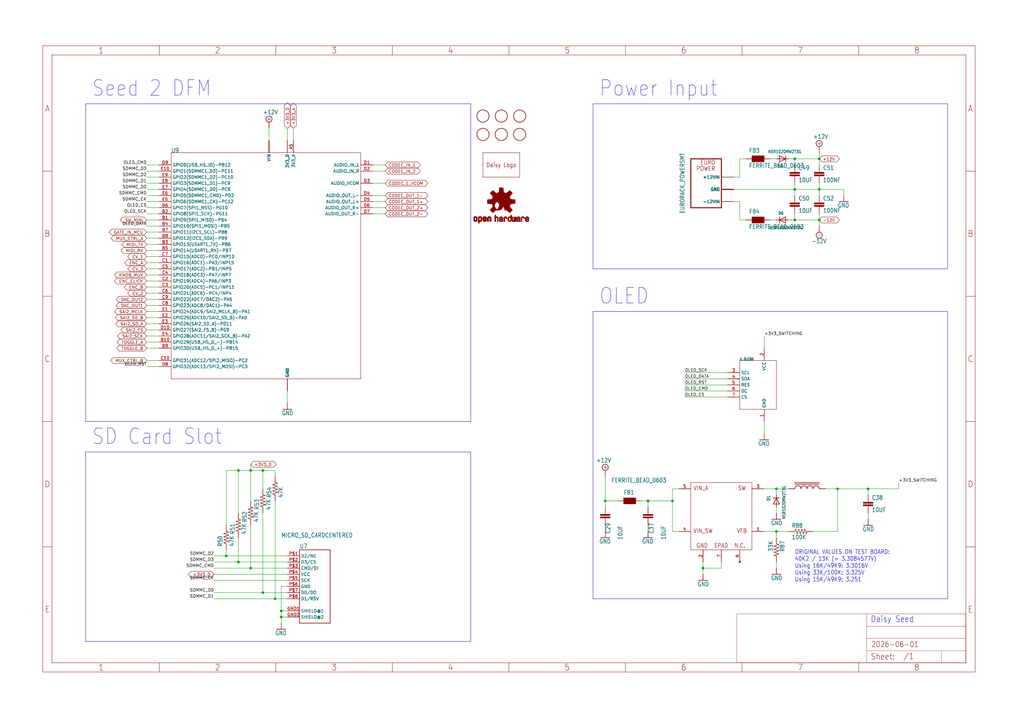
<source format=kicad_sch>
(kicad_sch (version 20230121) (generator eeschema)
  (paper "User" 425.45 298.602)
  (lib_symbols
    (symbol "ES_Daisy_Seed2_DFM_EVAL_EURO_Rev2-eagle-import:+12V" (power)
      (property "Value" "+12V" (at -2.54 3.175 0))
      (symbol "+12V_1_0"
        (pin power_in line (at 0 -2.54 90) (length 2.54) (name "+12V") (number "1"))
      )
    )
    (symbol "ES_Daisy_Seed2_DFM_EVAL_EURO_Rev2-eagle-import:-12V" (power)
      (property "Value" "-12V" (at -3.175 -4.699 0))
      (symbol "-12V_1_0"
        (pin power_in line (at 0 2.54 270) (length 2.54) (name "-12V") (number "1"))
      )
    )
    (symbol "ES_Daisy_Seed2_DFM_EVAL_EURO_Rev2-eagle-import:A3L-LOC"
      (symbol "A3L-LOC_1_0"
        (text "${#}/${##}" (at 357.505 5.08 0) (effects (font (size 2.54 2.159)) (justify left bottom)))
        (text "${CURRENT_DATE}" (at 344.17 10.16 0) (effects (font (size 2.286 1.9431)) (justify left bottom)))
        (text "${PROJECTNAME}" (at 344.17 15.24 0) (effects (font (size 2.54 2.159)) (justify left bottom)))
        (text "1" (at 24.2094 1.905 0) (effects (font (size 2.54 2.286))))
        (text "1" (at 24.2094 258.445 0) (effects (font (size 2.54 2.286))))
        (text "2" (at 72.6281 1.905 0) (effects (font (size 2.54 2.286))))
        (text "2" (at 72.6281 258.445 0) (effects (font (size 2.54 2.286))))
        (text "3" (at 121.0469 1.905 0) (effects (font (size 2.54 2.286))))
        (text "3" (at 121.0469 258.445 0) (effects (font (size 2.54 2.286))))
        (text "4" (at 169.4656 1.905 0) (effects (font (size 2.54 2.286))))
        (text "4" (at 169.4656 258.445 0) (effects (font (size 2.54 2.286))))
        (text "5" (at 217.8844 1.905 0) (effects (font (size 2.54 2.286))))
        (text "5" (at 217.8844 258.445 0) (effects (font (size 2.54 2.286))))
        (text "6" (at 266.3031 1.905 0) (effects (font (size 2.54 2.286))))
        (text "6" (at 266.3031 258.445 0) (effects (font (size 2.54 2.286))))
        (text "7" (at 314.7219 1.905 0) (effects (font (size 2.54 2.286))))
        (text "7" (at 314.7219 258.445 0) (effects (font (size 2.54 2.286))))
        (text "8" (at 363.1406 1.905 0) (effects (font (size 2.54 2.286))))
        (text "8" (at 363.1406 258.445 0) (effects (font (size 2.54 2.286))))
        (text "A" (at 1.905 234.315 0) (effects (font (size 2.54 2.286))))
        (text "A" (at 385.445 234.315 0) (effects (font (size 2.54 2.286))))
        (text "B" (at 1.905 182.245 0) (effects (font (size 2.54 2.286))))
        (text "B" (at 385.445 182.245 0) (effects (font (size 2.54 2.286))))
        (text "C" (at 1.905 130.175 0) (effects (font (size 2.54 2.286))))
        (text "C" (at 385.445 130.175 0) (effects (font (size 2.54 2.286))))
        (text "D" (at 1.905 78.105 0) (effects (font (size 2.54 2.286))))
        (text "D" (at 385.445 78.105 0) (effects (font (size 2.54 2.286))))
        (text "E" (at 1.905 26.035 0) (effects (font (size 2.54 2.286))))
        (text "E" (at 385.445 26.035 0) (effects (font (size 2.54 2.286))))
        (text "Sheet:" (at 343.916 4.953 0) (effects (font (size 2.54 2.159)) (justify left bottom)))
      )
    )
    (symbol "ES_Daisy_Seed2_DFM_EVAL_EURO_Rev2-eagle-import:DAISYLOGO"
      (symbol "DAISYLOGO_1_0"
        (text "Daisy Logo" (at 0 0 0) (effects (font (size 1.778 1.5113))))
      )
    )
    (symbol "ES_Daisy_Seed2_DFM_EVAL_EURO_Rev2-eagle-import:ES_DAISY_SEED2_DFM_REV1{dblquote}{dblquote}"
      (property "Reference" "U" (at -38.1 43.18 0))
      (symbol "ES_DAISY_SEED2_DFM_REV1{dblquote}{dblquote}_1_0"
        (pin bidirectional line (at 2.54 48.26 270) (length 5.08) (name "VIN") (number "A1"))
        (pin bidirectional line (at 10.16 -55.88 90) (length 5.08) (name "GND") (number "A10"))
        (pin bidirectional line (at 2.54 48.26 270) (length 5.08) (name "VIN") (number "A2"))
        (pin bidirectional line (at 10.16 48.26 270) (length 5.08) (name "3V3_D") (number "A3"))
        (pin bidirectional line (at 10.16 48.26 270) (length 5.08) (name "3V3_D") (number "A4"))
        (pin bidirectional line (at 12.7 48.26 270) (length 5.08) (name "3V3_A") (number "A5"))
        (pin bidirectional line (at 10.16 -55.88 90) (length 5.08) (name "GND") (number "A6"))
        (pin bidirectional line (at 10.16 -55.88 90) (length 5.08) (name "GND") (number "A7"))
        (pin bidirectional line (at 10.16 -55.88 90) (length 5.08) (name "GND") (number "A8"))
        (pin bidirectional line (at 10.16 -55.88 90) (length 5.08) (name "GND") (number "A9"))
        (pin bidirectional line (at -43.18 15.24 0) (length 5.08) (name "GPIO9(SPI1_MISO)-PB4") (number "B1"))
        (pin bidirectional line (at -43.18 -35.56 0) (length 5.08) (name "GPIO29(USB_HS_D_-)-PB14") (number "B10"))
        (pin bidirectional line (at -43.18 17.78 0) (length 5.08) (name "GPIO8(SPI1_SCK)-PG11") (number "B2"))
        (pin bidirectional line (at -43.18 5.08 0) (length 5.08) (name "GPIO13(USART1_TX)-PB6") (number "B3"))
        (pin bidirectional line (at -43.18 12.7 0) (length 5.08) (name "GPIO10(SPI1_MOSI)-PB5") (number "B4"))
        (pin bidirectional line (at -43.18 2.54 0) (length 5.08) (name "GPIO14(USART1_RX)-PB7") (number "B5"))
        (pin bidirectional line (at -43.18 20.32 0) (length 5.08) (name "GPIO7(SPI1_NSS)-PG10") (number "B6"))
        (pin bidirectional line (at -43.18 10.16 0) (length 5.08) (name "GPIO11(I2C1_SCL)-PB8") (number "B7"))
        (pin bidirectional line (at -43.18 7.62 0) (length 5.08) (name "GPIO12(I2C1_SDA)-PB9") (number "B8"))
        (pin bidirectional line (at -43.18 -38.1 0) (length 5.08) (name "GPIO30(USB_HS_D_+)-PB15") (number "B9"))
        (pin bidirectional line (at -43.18 -2.54 0) (length 5.08) (name "GPIO16(ADC1)-PA3/INP15") (number "C1"))
        (pin bidirectional line (at -43.18 -43.18 0) (length 5.08) (name "GPIO31(ADC12/SPI2_MISO)-PC2") (number "C10"))
        (pin bidirectional line (at -43.18 -10.16 0) (length 5.08) (name "GPIO19(ADC4)-PA6/INP3") (number "C2"))
        (pin bidirectional line (at -43.18 -12.7 0) (length 5.08) (name "GPIO20(ADC5)-PC1/INP11") (number "C3"))
        (pin bidirectional line (at -43.18 -7.62 0) (length 5.08) (name "GPIO18(ADC3)-PA7/INP7") (number "C4"))
        (pin bidirectional line (at -43.18 -5.08 0) (length 5.08) (name "GPIO17(ADC2)-PB1/INP5") (number "C5"))
        (pin bidirectional line (at -43.18 -15.24 0) (length 5.08) (name "GPIO21(ADC6)-PC4/INP4") (number "C6"))
        (pin bidirectional line (at -43.18 0 0) (length 5.08) (name "GPIO15(ADC0)-PC0/INP10") (number "C7"))
        (pin bidirectional line (at -43.18 -20.32 0) (length 5.08) (name "GPIO23(ADC8/DAC1)-PA4") (number "C8"))
        (pin bidirectional line (at -43.18 -17.78 0) (length 5.08) (name "GPIO22(ADC7/DAC2)-PA5") (number "C9"))
        (pin bidirectional line (at 45.72 38.1 180) (length 5.08) (name "AUDIO_IN_L") (number "D1"))
        (pin bidirectional line (at -43.18 -30.48 0) (length 5.08) (name "GPIO27(SAI2_FS_B)-PG9") (number "D10"))
        (pin bidirectional line (at 45.72 35.56 180) (length 5.08) (name "AUDIO_IN_R") (number "D2"))
        (pin bidirectional line (at 45.72 30.48 180) (length 5.08) (name "AUDIO_VCOM") (number "D3"))
        (pin bidirectional line (at 45.72 25.4 180) (length 5.08) (name "AUDIO_OUT_L-") (number "D4"))
        (pin bidirectional line (at 45.72 22.86 180) (length 5.08) (name "AUDIO_OUT_L+") (number "D5"))
        (pin bidirectional line (at 45.72 20.32 180) (length 5.08) (name "AUDIO_OUT_R+") (number "D6"))
        (pin bidirectional line (at 45.72 17.78 180) (length 5.08) (name "AUDIO_OUT_R-") (number "D7"))
        (pin bidirectional line (at -43.18 -45.72 0) (length 5.08) (name "GPIO32(ADC13/SPI2_MOSI)-PC3") (number "D8"))
        (pin bidirectional line (at -43.18 38.1 0) (length 5.08) (name "GPIO0(USB_HS_ID)-PB12") (number "D9"))
        (pin bidirectional line (at -43.18 -22.86 0) (length 5.08) (name "GPIO24(ADC9/SAI2_MCLK_B)-PA1") (number "E1"))
        (pin bidirectional line (at -43.18 35.56 0) (length 5.08) (name "GPIO1(SDMMC1_D3)-PC11") (number "E10"))
        (pin bidirectional line (at -43.18 -25.4 0) (length 5.08) (name "GPIO25(ADC10/SAI2_SD_B)-PA0") (number "E2"))
        (pin bidirectional line (at -43.18 -27.94 0) (length 5.08) (name "GPIO26(SAI2_SD_A)-PD11") (number "E3"))
        (pin bidirectional line (at -43.18 -33.02 0) (length 5.08) (name "GPIO28(ADC11/SAI2_SCK_B)-PA2") (number "E4"))
        (pin bidirectional line (at -43.18 22.86 0) (length 5.08) (name "GPIO6(SDMMC1_CK)-PC12") (number "E5"))
        (pin bidirectional line (at -43.18 25.4 0) (length 5.08) (name "GPIO5(SDMMC1_CMD)-PD2") (number "E6"))
        (pin bidirectional line (at -43.18 27.94 0) (length 5.08) (name "GPIO4(SDMMC1_D0)-PC8") (number "E7"))
        (pin bidirectional line (at -43.18 30.48 0) (length 5.08) (name "GPIO3(SDMMC1_D1)-PC9") (number "E8"))
        (pin bidirectional line (at -43.18 33.02 0) (length 5.08) (name "GPIO2(SDMMC1_D2)-PC10") (number "E9"))
      )
    )
    (symbol "ES_Daisy_Seed2_DFM_EVAL_EURO_Rev2-eagle-import:EURORACK_POWERSMT"
      (symbol "EURORACK_POWERSMT_1_0"
        (text "EURO" (at -2.54 7.62 0) (effects (font (size 1.778 1.5113)) (justify left bottom)))
        (text "POWER" (at -2.54 5.08 0) (effects (font (size 1.778 1.5113)) (justify left bottom)))
        (pin bidirectional line (at -10.16 -2.54 0) (length 5.08) (name "GND") (number "GND1A"))
        (pin bidirectional line (at -10.16 -2.54 0) (length 5.08) (name "GND") (number "GND1B"))
        (pin bidirectional line (at -10.16 -2.54 0) (length 5.08) (name "GND") (number "GND2A"))
        (pin bidirectional line (at -10.16 -2.54 0) (length 5.08) (name "GND") (number "GND2B"))
        (pin bidirectional line (at -10.16 -2.54 0) (length 5.08) (name "GND") (number "GND3A"))
        (pin bidirectional line (at -10.16 -2.54 0) (length 5.08) (name "GND") (number "GND3B"))
        (pin bidirectional line (at -10.16 -7.62 0) (length 5.08) (name "-12VIN") (number "N12VA"))
        (pin bidirectional line (at -10.16 -7.62 0) (length 5.08) (name "-12VIN") (number "N12VB"))
        (pin bidirectional line (at -10.16 2.54 0) (length 5.08) (name "+12VIN") (number "P12VA"))
        (pin bidirectional line (at -10.16 2.54 0) (length 5.08) (name "+12VIN") (number "P12VB"))
      )
    )
    (symbol "ES_Daisy_Seed2_DFM_EVAL_EURO_Rev2-eagle-import:Electrosmith-Passives_C-EUC0402"
      (property "Reference" "C" (at 1.524 0.381 0))
      (symbol "Electrosmith-Passives_C-EUC0402_1_0"
        (pin passive line (at 0 2.54 270) (length 2.54) (name "1") (number "1"))
        (pin passive line (at 0 -5.08 90) (length 2.54) (name "2") (number "2"))
      )
    )
    (symbol "ES_Daisy_Seed2_DFM_EVAL_EURO_Rev2-eagle-import:Electrosmith-Passives_C-EUC0805"
      (property "Reference" "C" (at 1.524 0.381 0))
      (symbol "Electrosmith-Passives_C-EUC0805_1_0"
        (pin passive line (at 0 2.54 270) (length 2.54) (name "1") (number "1"))
        (pin passive line (at 0 -5.08 90) (length 2.54) (name "2") (number "2"))
      )
    )
    (symbol "ES_Daisy_Seed2_DFM_EVAL_EURO_Rev2-eagle-import:Electrosmith-Semiconductors_DIODE_SOD-323F"
      (property "Reference" "D" (at -2.54 2.54 0))
      (symbol "Electrosmith-Semiconductors_DIODE_SOD-323F_1_0"
        (pin passive line (at -2.54 0 0) (length 2.54) (name "A") (number "A"))
        (pin passive line (at 2.54 0 180) (length 2.54) (name "C") (number "C"))
      )
    )
    (symbol "ES_Daisy_Seed2_DFM_EVAL_EURO_Rev2-eagle-import:FERRITE_BEAD_0603"
      (property "Reference" "FB" (at -3.81 5.08 0))
      (symbol "FERRITE_BEAD_0603_1_0"
        (pin passive line (at -5.08 2.54 0) (length 2.54) (name "1") (number "1"))
        (pin passive line (at 5.08 2.54 180) (length 2.54) (name "2") (number "2"))
      )
    )
    (symbol "ES_Daisy_Seed2_DFM_EVAL_EURO_Rev2-eagle-import:FIDUCIAL")
    (symbol "ES_Daisy_Seed2_DFM_EVAL_EURO_Rev2-eagle-import:GND" (power)
      (property "Value" "GND" (at -2.54 -2.54 0))
      (symbol "GND_1_0"
        (pin power_in line (at 0 2.54 270) (length 2.54) (name "GND") (number "1"))
      )
    )
    (symbol "ES_Daisy_Seed2_DFM_EVAL_EURO_Rev2-eagle-import:INDUCTOR1008"
      (symbol "INDUCTOR1008_1_0"
        (pin bidirectional line (at 7.62 0 0) (length 0) (name "P$2") (number "1"))
        (pin bidirectional line (at -7.62 0 0) (length 0) (name "P$1") (number "2"))
      )
    )
    (symbol "ES_Daisy_Seed2_DFM_EVAL_EURO_Rev2-eagle-import:MICRO_SD_CARDCENTERED"
      (property "Reference" "P" (at -2.54 15.748 0))
      (symbol "MICRO_SD_CARDCENTERED_1_0"
        (pin bidirectional line (at -7.62 -10.16 0) (length 5.08) (name "SHIELD@1") (number "GND1"))
        (pin bidirectional line (at -7.62 -12.7 0) (length 5.08) (name "SHIELD@2") (number "GND2"))
        (pin bidirectional line (at -7.62 12.7 0) (length 5.08) (name "D2/NC") (number "P$1"))
        (pin bidirectional line (at -7.62 10.16 0) (length 5.08) (name "D3/CS") (number "P$2"))
        (pin bidirectional line (at -7.62 7.62 0) (length 5.08) (name "CMD/DI") (number "P$3"))
        (pin bidirectional line (at -7.62 5.08 0) (length 5.08) (name "VCC") (number "P$4"))
        (pin bidirectional line (at -7.62 2.54 0) (length 5.08) (name "SCK") (number "P$5"))
        (pin bidirectional line (at -7.62 0 0) (length 5.08) (name "GND") (number "P$6"))
        (pin bidirectional line (at -7.62 -2.54 0) (length 5.08) (name "D0/DO") (number "P$7"))
        (pin bidirectional line (at -7.62 -5.08 0) (length 5.08) (name "D1/RSV") (number "P$8"))
      )
    )
    (symbol "ES_Daisy_Seed2_DFM_EVAL_EURO_Rev2-eagle-import:OLED_DISPLAY"
      (property "Reference" "U" (at -7.62 10.16 0))
      (symbol "OLED_DISPLAY_1_0"
        (pin bidirectional line (at 2.54 -15.24 90) (length 5.08) (name "GND") (number "1"))
        (pin bidirectional line (at 2.54 15.24 270) (length 5.08) (name "VCC") (number "2"))
        (pin bidirectional line (at -12.7 5.08 0) (length 5.08) (name "SCL") (number "3"))
        (pin bidirectional line (at -12.7 2.54 0) (length 5.08) (name "SDA") (number "4"))
        (pin bidirectional line (at -12.7 0 0) (length 5.08) (name "RES") (number "5"))
        (pin bidirectional line (at -12.7 -2.54 0) (length 5.08) (name "DC") (number "6"))
        (pin bidirectional line (at -12.7 -5.08 0) (length 5.08) (name "CS") (number "7"))
      )
    )
    (symbol "ES_Daisy_Seed2_DFM_EVAL_EURO_Rev2-eagle-import:OSHW-LOGO")
    (symbol "ES_Daisy_Seed2_DFM_EVAL_EURO_Rev2-eagle-import:R-US_R0402"
      (property "Reference" "R" (at -3.81 1.4986 0))
      (symbol "R-US_R0402_1_0"
        (pin passive line (at -5.08 0 0) (length 2.54) (name "1") (number "1"))
        (pin passive line (at 5.08 0 180) (length 2.54) (name "2") (number "2"))
      )
    )
    (symbol "ES_Daisy_Seed2_DFM_EVAL_EURO_Rev2-eagle-import:R-US_R0603"
      (property "Reference" "R" (at -3.81 1.4986 0))
      (symbol "R-US_R0603_1_0"
        (pin passive line (at -5.08 0 0) (length 2.54) (name "1") (number "1"))
        (pin passive line (at 5.08 0 180) (length 2.54) (name "2") (number "2"))
      )
    )
    (symbol "ES_Daisy_Seed2_DFM_EVAL_EURO_Rev2-eagle-import:ST1S03PUR"
      (symbol "ST1S03PUR_1_0"
        (text "EPAD" (at 17.272 -11.938 0) (effects (font (size 1.778 1.5113)) (justify left bottom)))
        (text "GND" (at 9.906 -11.938 0) (effects (font (size 1.778 1.5113)) (justify left bottom)))
        (text "N.C." (at 25.654 -11.938 0) (effects (font (size 1.778 1.5113)) (justify left bottom)))
        (text "SW" (at 27.178 11.938 0) (effects (font (size 1.778 1.5113)) (justify left bottom)))
        (text "VFB" (at 26.67 -5.842 0) (effects (font (size 1.778 1.5113)) (justify left bottom)))
        (text "VIN_A" (at 8.636 11.938 0) (effects (font (size 1.778 1.5113)) (justify left bottom)))
        (text "VIN_SW" (at 8.636 -5.842 0) (effects (font (size 1.778 1.5113)) (justify left bottom)))
        (pin passive line (at 38.1 -5.08 180) (length 5.08) (name "VFB") (number "1"))
        (pin passive line (at 12.7 -17.78 90) (length 5.08) (name "GND") (number "2"))
        (pin passive line (at 38.1 12.7 180) (length 5.08) (name "SW") (number "3"))
        (pin passive line (at 2.54 -5.08 0) (length 5.08) (name "VIN_SW") (number "4"))
        (pin passive line (at 2.54 12.7 0) (length 5.08) (name "VIN_A") (number "5"))
        (pin no_connect line (at 27.94 -17.78 90) (length 5.08) (name "N.C.") (number "6"))
        (pin passive line (at 20.32 -17.78 90) (length 5.08) (name "EPAD") (number "7"))
      )
    )
    (symbol "ES_Daisy_Seed2_DFM_EVAL_EURO_Rev2-eagle-import:supply2_+12V" (power)
      (property "Value" "supply2_+12V" (at -2.54 3.175 0))
      (symbol "supply2_+12V_1_0"
        (pin power_in line (at 0 -2.54 90) (length 2.54) (name "+12V") (number "1"))
      )
    )
  )
  (junction (at 360.68 203.2))
  (junction (at 292.1 236.22))
  (junction (at 330.2 91.44))
  (junction (at 279.4 208.28))
  (junction (at 93.98 231.14))
  (junction (at 109.22 246.38))
  (junction (at 340.36 66.04))
  (junction (at 104.14 236.22))
  (junction (at 114.3 248.92))
  (junction (at 109.22 195.58))
  (junction (at 347.98 203.2))
  (junction (at 251.46 208.28))
  (junction (at 340.36 91.44))
  (junction (at 340.36 78.74))
  (junction (at 116.84 254))
  (junction (at 269.24 208.28))
  (junction (at 322.58 220.98))
  (junction (at 116.84 256.54))
  (junction (at 322.58 203.2))
  (junction (at 99.06 195.58))
  (junction (at 330.2 78.74))
  (junction (at 330.2 66.04))
  (junction (at 99.06 233.68))
  (junction (at 104.14 195.58))
  (wire (pts (xy 340.36 66.04) (xy 340.36 63.5)) (stroke (width 0.1524)))
  (polyline (pts (xy 195.58 175.26) (xy 195.58 43.18)) (stroke (width 0.1524) (type solid)))
  (wire (pts (xy 119.38 231.14) (xy 93.98 231.14)) (stroke (width 0.1524)))
  (wire (pts (xy 292.1 236.22) (xy 299.72 236.22)) (stroke (width 0.1524)))
  (wire (pts (xy 66.04 78.74) (xy 60.96 78.74)) (stroke (width 0.1524)))
  (wire (pts (xy 154.94 81.28) (xy 160.02 81.28)) (stroke (width 0.1524)))
  (polyline (pts (xy 35.56 175.26) (xy 195.58 175.26)) (stroke (width 0.1524) (type solid)))
  (wire (pts (xy 66.04 139.7) (xy 60.96 139.7)) (stroke (width 0.1524)))
  (wire (pts (xy 66.04 109.22) (xy 60.96 109.22)) (stroke (width 0.1524)))
  (wire (pts (xy 340.36 66.04) (xy 340.36 68.58)) (stroke (width 0.1524)))
  (wire (pts (xy 327.66 66.04) (xy 330.2 66.04)) (stroke (width 0.1524)))
  (wire (pts (xy 279.4 220.98) (xy 279.4 208.28)) (stroke (width 0.1524)))
  (wire (pts (xy 66.04 137.16) (xy 60.96 137.16)) (stroke (width 0.1524)))
  (wire (pts (xy 66.04 104.14) (xy 60.96 104.14)) (stroke (width 0.1524)))
  (wire (pts (xy 66.04 132.08) (xy 60.96 132.08)) (stroke (width 0.1524)))
  (wire (pts (xy 114.3 248.92) (xy 88.9 248.92)) (stroke (width 0.1524)))
  (wire (pts (xy 340.36 78.74) (xy 340.36 81.28)) (stroke (width 0.1524)))
  (wire (pts (xy 330.2 91.44) (xy 340.36 91.44)) (stroke (width 0.1524)))
  (wire (pts (xy 66.04 144.78) (xy 60.96 144.78)) (stroke (width 0.1524)))
  (wire (pts (xy 93.98 231.14) (xy 88.9 231.14)) (stroke (width 0.1524)))
  (wire (pts (xy 302.26 165.1) (xy 284.48 165.1)) (stroke (width 0.1524)))
  (wire (pts (xy 109.22 195.58) (xy 109.22 203.2)) (stroke (width 0.1524)))
  (wire (pts (xy 322.58 233.68) (xy 322.58 236.22)) (stroke (width 0.1524)))
  (wire (pts (xy 340.36 78.74) (xy 350.52 78.74)) (stroke (width 0.1524)))
  (wire (pts (xy 66.04 73.66) (xy 60.96 73.66)) (stroke (width 0.1524)))
  (wire (pts (xy 109.22 213.36) (xy 109.22 246.38)) (stroke (width 0.1524)))
  (wire (pts (xy 119.38 241.3) (xy 88.9 241.3)) (stroke (width 0.1524)))
  (wire (pts (xy 256.54 208.28) (xy 251.46 208.28)) (stroke (width 0.1524)))
  (wire (pts (xy 119.38 248.92) (xy 114.3 248.92)) (stroke (width 0.1524)))
  (wire (pts (xy 66.04 68.58) (xy 60.96 68.58)) (stroke (width 0.1524)))
  (wire (pts (xy 251.46 208.28) (xy 251.46 198.12)) (stroke (width 0.1524)))
  (wire (pts (xy 317.5 144.78) (xy 317.5 139.7)) (stroke (width 0.1524)))
  (polyline (pts (xy 35.56 43.18) (xy 35.56 175.26)) (stroke (width 0.1524) (type solid)))
  (wire (pts (xy 66.04 142.24) (xy 60.96 142.24)) (stroke (width 0.1524)))
  (wire (pts (xy 302.26 162.56) (xy 284.48 162.56)) (stroke (width 0.1524)))
  (wire (pts (xy 279.4 203.2) (xy 279.4 208.28)) (stroke (width 0.1524)))
  (wire (pts (xy 66.04 121.92) (xy 60.96 121.92)) (stroke (width 0.1524)))
  (wire (pts (xy 302.26 160.02) (xy 284.48 160.02)) (stroke (width 0.1524)))
  (wire (pts (xy 104.14 236.22) (xy 88.9 236.22)) (stroke (width 0.1524)))
  (wire (pts (xy 119.38 58.42) (xy 119.38 53.34)) (stroke (width 0.1524)))
  (wire (pts (xy 104.14 195.58) (xy 104.14 193.04)) (stroke (width 0.1524)))
  (wire (pts (xy 279.4 208.28) (xy 269.24 208.28)) (stroke (width 0.1524)))
  (wire (pts (xy 330.2 78.74) (xy 330.2 76.2)) (stroke (width 0.1524)))
  (wire (pts (xy 119.38 236.22) (xy 104.14 236.22)) (stroke (width 0.1524)))
  (wire (pts (xy 66.04 152.4) (xy 60.96 152.4)) (stroke (width 0.1524)))
  (wire (pts (xy 360.68 203.2) (xy 360.68 205.74)) (stroke (width 0.1524)))
  (wire (pts (xy 111.76 58.42) (xy 111.76 53.34)) (stroke (width 0.1524)))
  (wire (pts (xy 119.38 238.76) (xy 88.9 238.76)) (stroke (width 0.1524)))
  (polyline (pts (xy 35.56 266.7) (xy 35.56 187.96)) (stroke (width 0.1524) (type solid)))
  (wire (pts (xy 347.98 203.2) (xy 347.98 220.98)) (stroke (width 0.1524)))
  (wire (pts (xy 299.72 236.22) (xy 299.72 233.68)) (stroke (width 0.1524)))
  (wire (pts (xy 347.98 220.98) (xy 337.82 220.98)) (stroke (width 0.1524)))
  (wire (pts (xy 322.58 220.98) (xy 327.66 220.98)) (stroke (width 0.1524)))
  (wire (pts (xy 330.2 68.58) (xy 330.2 66.04)) (stroke (width 0.1524)))
  (wire (pts (xy 104.14 218.44) (xy 104.14 236.22)) (stroke (width 0.1524)))
  (wire (pts (xy 66.04 129.54) (xy 60.96 129.54)) (stroke (width 0.1524)))
  (wire (pts (xy 281.94 203.2) (xy 279.4 203.2)) (stroke (width 0.1524)))
  (wire (pts (xy 317.5 180.34) (xy 317.5 175.26)) (stroke (width 0.1524)))
  (wire (pts (xy 302.26 157.48) (xy 284.48 157.48)) (stroke (width 0.1524)))
  (wire (pts (xy 322.58 220.98) (xy 322.58 223.52)) (stroke (width 0.1524)))
  (wire (pts (xy 109.22 246.38) (xy 88.9 246.38)) (stroke (width 0.1524)))
  (wire (pts (xy 66.04 93.98) (xy 60.96 93.98)) (stroke (width 0.1524)))
  (wire (pts (xy 304.8 78.74) (xy 330.2 78.74)) (stroke (width 0.1524)))
  (wire (pts (xy 269.24 210.82) (xy 269.24 208.28)) (stroke (width 0.1524)))
  (wire (pts (xy 66.04 71.12) (xy 60.96 71.12)) (stroke (width 0.1524)))
  (wire (pts (xy 330.2 78.74) (xy 340.36 78.74)) (stroke (width 0.1524)))
  (wire (pts (xy 154.94 76.2) (xy 160.02 76.2)) (stroke (width 0.1524)))
  (wire (pts (xy 373.38 203.2) (xy 373.38 200.66)) (stroke (width 0.1524)))
  (wire (pts (xy 251.46 208.28) (xy 251.46 210.82)) (stroke (width 0.1524)))
  (wire (pts (xy 119.38 243.84) (xy 116.84 243.84)) (stroke (width 0.1524)))
  (wire (pts (xy 116.84 254) (xy 116.84 256.54)) (stroke (width 0.1524)))
  (wire (pts (xy 116.84 256.54) (xy 116.84 259.08)) (stroke (width 0.1524)))
  (wire (pts (xy 322.58 210.82) (xy 322.58 213.36)) (stroke (width 0.1524)))
  (wire (pts (xy 66.04 114.3) (xy 60.96 114.3)) (stroke (width 0.1524)))
  (wire (pts (xy 66.04 86.36) (xy 60.96 86.36)) (stroke (width 0.1524)))
  (wire (pts (xy 66.04 106.68) (xy 60.96 106.68)) (stroke (width 0.1524)))
  (wire (pts (xy 307.34 91.44) (xy 309.88 91.44)) (stroke (width 0.1524)))
  (wire (pts (xy 154.94 83.82) (xy 160.02 83.82)) (stroke (width 0.1524)))
  (wire (pts (xy 320.04 91.44) (xy 322.58 91.44)) (stroke (width 0.1524)))
  (polyline (pts (xy 35.56 187.96) (xy 195.58 187.96)) (stroke (width 0.1524) (type solid)))
  (wire (pts (xy 66.04 91.44) (xy 60.96 91.44)) (stroke (width 0.1524)))
  (wire (pts (xy 66.04 116.84) (xy 60.96 116.84)) (stroke (width 0.1524)))
  (wire (pts (xy 66.04 88.9) (xy 60.96 88.9)) (stroke (width 0.1524)))
  (wire (pts (xy 307.34 83.82) (xy 307.34 91.44)) (stroke (width 0.1524)))
  (wire (pts (xy 104.14 195.58) (xy 104.14 208.28)) (stroke (width 0.1524)))
  (wire (pts (xy 304.8 73.66) (xy 307.34 73.66)) (stroke (width 0.1524)))
  (wire (pts (xy 292.1 236.22) (xy 292.1 238.76)) (stroke (width 0.1524)))
  (wire (pts (xy 66.04 124.46) (xy 60.96 124.46)) (stroke (width 0.1524)))
  (wire (pts (xy 266.7 208.28) (xy 269.24 208.28)) (stroke (width 0.1524)))
  (polyline (pts (xy 393.7 43.18) (xy 246.38 43.18)) (stroke (width 0.1524) (type solid)))
  (wire (pts (xy 109.22 195.58) (xy 114.3 195.58)) (stroke (width 0.1524)))
  (wire (pts (xy 317.5 203.2) (xy 322.58 203.2)) (stroke (width 0.1524)))
  (wire (pts (xy 360.68 203.2) (xy 373.38 203.2)) (stroke (width 0.1524)))
  (wire (pts (xy 93.98 231.14) (xy 93.98 228.6)) (stroke (width 0.1524)))
  (wire (pts (xy 307.34 73.66) (xy 307.34 66.04)) (stroke (width 0.1524)))
  (wire (pts (xy 104.14 195.58) (xy 109.22 195.58)) (stroke (width 0.1524)))
  (wire (pts (xy 340.36 93.98) (xy 340.36 91.44)) (stroke (width 0.1524)))
  (polyline (pts (xy 246.38 129.54) (xy 393.7 129.54)) (stroke (width 0.1524) (type solid)))
  (wire (pts (xy 119.38 246.38) (xy 109.22 246.38)) (stroke (width 0.1524)))
  (wire (pts (xy 347.98 203.2) (xy 342.9 203.2)) (stroke (width 0.1524)))
  (wire (pts (xy 154.94 68.58) (xy 160.02 68.58)) (stroke (width 0.1524)))
  (wire (pts (xy 60.96 134.62) (xy 66.04 134.62)) (stroke (width 0.1524)))
  (wire (pts (xy 93.98 218.44) (xy 93.98 195.58)) (stroke (width 0.1524)))
  (wire (pts (xy 99.06 233.68) (xy 88.9 233.68)) (stroke (width 0.1524)))
  (wire (pts (xy 116.84 243.84) (xy 116.84 254)) (stroke (width 0.1524)))
  (wire (pts (xy 93.98 195.58) (xy 99.06 195.58)) (stroke (width 0.1524)))
  (wire (pts (xy 307.34 83.82) (xy 304.8 83.82)) (stroke (width 0.1524)))
  (wire (pts (xy 114.3 195.58) (xy 114.3 198.12)) (stroke (width 0.1524)))
  (wire (pts (xy 330.2 66.04) (xy 340.36 66.04)) (stroke (width 0.1524)))
  (wire (pts (xy 320.04 66.04) (xy 322.58 66.04)) (stroke (width 0.1524)))
  (wire (pts (xy 66.04 76.2) (xy 60.96 76.2)) (stroke (width 0.1524)))
  (wire (pts (xy 66.04 127) (xy 60.96 127)) (stroke (width 0.1524)))
  (wire (pts (xy 114.3 208.28) (xy 114.3 248.92)) (stroke (width 0.1524)))
  (wire (pts (xy 307.34 66.04) (xy 309.88 66.04)) (stroke (width 0.1524)))
  (wire (pts (xy 347.98 203.2) (xy 360.68 203.2)) (stroke (width 0.1524)))
  (wire (pts (xy 322.58 203.2) (xy 327.66 203.2)) (stroke (width 0.1524)))
  (wire (pts (xy 66.04 119.38) (xy 60.96 119.38)) (stroke (width 0.1524)))
  (wire (pts (xy 116.84 256.54) (xy 119.38 256.54)) (stroke (width 0.1524)))
  (polyline (pts (xy 195.58 266.7) (xy 35.56 266.7)) (stroke (width 0.1524) (type solid)))
  (wire (pts (xy 317.5 220.98) (xy 322.58 220.98)) (stroke (width 0.1524)))
  (wire (pts (xy 330.2 91.44) (xy 330.2 88.9)) (stroke (width 0.1524)))
  (wire (pts (xy 66.04 101.6) (xy 60.96 101.6)) (stroke (width 0.1524)))
  (wire (pts (xy 99.06 195.58) (xy 99.06 213.36)) (stroke (width 0.1524)))
  (wire (pts (xy 340.36 78.74) (xy 340.36 76.2)) (stroke (width 0.1524)))
  (wire (pts (xy 66.04 83.82) (xy 60.96 83.82)) (stroke (width 0.1524)))
  (wire (pts (xy 154.94 88.9) (xy 160.02 88.9)) (stroke (width 0.1524)))
  (polyline (pts (xy 246.38 248.92) (xy 246.38 129.54)) (stroke (width 0.1524) (type solid)))
  (wire (pts (xy 99.06 233.68) (xy 99.06 223.52)) (stroke (width 0.1524)))
  (polyline (pts (xy 195.58 43.18) (xy 35.56 43.18)) (stroke (width 0.1524) (type solid)))
  (wire (pts (xy 119.38 233.68) (xy 99.06 233.68)) (stroke (width 0.1524)))
  (wire (pts (xy 66.04 99.06) (xy 60.96 99.06)) (stroke (width 0.1524)))
  (wire (pts (xy 281.94 220.98) (xy 279.4 220.98)) (stroke (width 0.1524)))
  (wire (pts (xy 292.1 233.68) (xy 292.1 236.22)) (stroke (width 0.1524)))
  (wire (pts (xy 66.04 111.76) (xy 60.96 111.76)) (stroke (width 0.1524)))
  (wire (pts (xy 119.38 162.56) (xy 119.38 167.64)) (stroke (width 0.1524)))
  (wire (pts (xy 119.38 254) (xy 116.84 254)) (stroke (width 0.1524)))
  (wire (pts (xy 66.04 149.86) (xy 60.96 149.86)) (stroke (width 0.1524)))
  (polyline (pts (xy 393.7 248.92) (xy 246.38 248.92)) (stroke (width 0.1524) (type solid)))
  (polyline (pts (xy 195.58 187.96) (xy 195.58 266.7)) (stroke (width 0.1524) (type solid)))
  (polyline (pts (xy 246.38 111.76) (xy 393.7 111.76)) (stroke (width 0.1524) (type solid)))
  (wire (pts (xy 360.68 213.36) (xy 360.68 215.9)) (stroke (width 0.1524)))
  (polyline (pts (xy 393.7 129.54) (xy 393.7 248.92)) (stroke (width 0.1524) (type solid)))
  (wire (pts (xy 121.92 58.42) (xy 121.92 53.34)) (stroke (width 0.1524)))
  (wire (pts (xy 66.04 96.52) (xy 60.96 96.52)) (stroke (width 0.1524)))
  (wire (pts (xy 330.2 78.74) (xy 330.2 81.28)) (stroke (width 0.1524)))
  (wire (pts (xy 340.36 91.44) (xy 340.36 88.9)) (stroke (width 0.1524)))
  (wire (pts (xy 251.46 218.44) (xy 251.46 220.98)) (stroke (width 0.1524)))
  (wire (pts (xy 302.26 154.94) (xy 284.48 154.94)) (stroke (width 0.1524)))
  (polyline (pts (xy 393.7 111.76) (xy 393.7 43.18)) (stroke (width 0.1524) (type solid)))
  (wire (pts (xy 154.94 86.36) (xy 160.02 86.36)) (stroke (width 0.1524)))
  (wire (pts (xy 66.04 81.28) (xy 60.96 81.28)) (stroke (width 0.1524)))
  (wire (pts (xy 154.94 71.12) (xy 160.02 71.12)) (stroke (width 0.1524)))
  (wire (pts (xy 99.06 195.58) (xy 104.14 195.58)) (stroke (width 0.1524)))
  (wire (pts (xy 269.24 220.98) (xy 269.24 218.44)) (stroke (width 0.1524)))
  (wire (pts (xy 350.52 78.74) (xy 350.52 81.28)) (stroke (width 0.1524)))
  (wire (pts (xy 322.58 205.74) (xy 322.58 203.2)) (stroke (width 0.1524)))
  (wire (pts (xy 327.66 91.44) (xy 330.2 91.44)) (stroke (width 0.1524)))
  (polyline (pts (xy 246.38 43.18) (xy 246.38 111.76)) (stroke (width 0.1524) (type solid)))
  (text "Daisy Seed" (at 361.696 259.08 0) (effects (font (size 2.54 2.159)) (justify left bottom)))
  (text "ORIGINAL VALUES ON TEST BOARD:\n40K2 / 13K (= 3.3084577V)\nUsing 16K/49K9: 3.3016V\nUsing 33K/100K: 3.325V\nUsing 15K/49K9: 3.251" (at 330.2 228.6 0) (effects (font (size 1.778 1.5113)) (justify left top)))
  (text "OLED" (at 248.92 127 0) (effects (font (size 6.4516 5.4838)) (justify left bottom)))
  (text "Seed 2 DFM" (at 38.1 40.64 0) (effects (font (size 6.4516 5.4838)) (justify left bottom)))
  (text "SD Card Slot" (at 38.1 185.42 0) (effects (font (size 6.4516 5.4838)) (justify left bottom)))
  (text "Power Input" (at 248.92 40.64 0) (effects (font (size 6.4516 5.4838)) (justify left bottom)))
  (label "OLED_CS" (at 284.48 165.1 0) (effects (font (size 1.2446 1.2446))))
  (label "SDMMC_CMD" (at 60.96 81.28 180) (effects (font (size 1.2446 1.2446))))
  (label "SDMMC_D1" (at 60.96 76.2 180) (effects (font (size 1.2446 1.2446))))
  (label "SDMMC_D3" (at 60.96 71.12 180) (effects (font (size 1.2446 1.2446))))
  (label "OLED_RST" (at 60.96 152.4 180) (effects (font (size 1.2446 1.2446))))
  (label "SDMMC_CMD" (at 88.9 236.22 180) (effects (font (size 1.2446 1.2446))))
  (label "SDMMC_D3" (at 88.9 233.68 180) (effects (font (size 1.2446 1.2446))))
  (label "SDMMC_D0" (at 60.96 78.74 180) (effects (font (size 1.2446 1.2446))))
  (label "SDMMC_CK" (at 88.9 241.3 180) (effects (font (size 1.2446 1.2446))))
  (label "SDMMC_D0" (at 88.9 246.38 180) (effects (font (size 1.2446 1.2446))))
  (label "SDMMC_D2" (at 88.9 231.14 180) (effects (font (size 1.2446 1.2446))))
  (label "OLED_SCK" (at 284.48 154.94 0) (effects (font (size 1.2446 1.2446))))
  (label "OLED_CMD" (at 60.96 68.58 180) (effects (font (size 1.2446 1.2446))))
  (label "OLED_CMD" (at 284.48 162.56 0) (effects (font (size 1.2446 1.2446))))
  (label "OLED_DATA" (at 284.48 157.48 0) (effects (font (size 1.2446 1.2446))))
  (label "SDMMC_D2" (at 60.96 73.66 180) (effects (font (size 1.2446 1.2446))))
  (label "SDMMC_D1" (at 88.9 248.92 180) (effects (font (size 1.2446 1.2446))))
  (label "+3V3_SWITCHING" (at 373.38 200.66 0) (effects (font (size 1.2446 1.2446))))
  (label "OLED_DATA" (at 60.96 93.98 180) (effects (font (size 1.2446 1.2446))))
  (label "+3V3_SWITCHING" (at 317.5 139.7 0) (effects (font (size 1.2446 1.2446))))
  (label "SDMMC_CK" (at 60.96 83.82 180) (effects (font (size 1.2446 1.2446))))
  (label "OLED_SCK" (at 60.96 88.9 180) (effects (font (size 1.2446 1.2446))))
  (label "OLED_RST" (at 284.48 160.02 0) (effects (font (size 1.2446 1.2446))))
  (label "OLED_CS" (at 60.96 86.36 180) (effects (font (size 1.2446 1.2446))))
  (global_label "ENC_A" (shape bidirectional) (at 60.96 109.22 180) (effects (font (size 1.2446 1.2446))) (property "Intersheetrefs" "${INTERSHEET_REFS}" (effects hide)))
  (global_label "MIDI_RX" (shape bidirectional) (at 60.96 104.14 180) (effects (font (size 1.2446 1.2446))) (property "Intersheetrefs" "${INTERSHEET_REFS}" (effects hide)))
  (global_label "CV_3" (shape bidirectional) (at 60.96 111.76 180) (effects (font (size 1.2446 1.2446))) (property "Intersheetrefs" "${INTERSHEET_REFS}" (effects hide)))
  (global_label "ENC_B" (shape bidirectional) (at 60.96 119.38 180) (effects (font (size 1.2446 1.2446))) (property "Intersheetrefs" "${INTERSHEET_REFS}" (effects hide)))
  (global_label "-12V" (shape bidirectional) (at 340.36 91.44 0) (effects (font (size 1.2446 1.2446))) (property "Intersheetrefs" "${INTERSHEET_REFS}" (effects hide)))
  (global_label "CODEC_OUT_1-" (shape bidirectional) (at 160.02 81.28 0) (effects (font (size 1.2446 1.2446))) (property "Intersheetrefs" "${INTERSHEET_REFS}" (effects hide)))
  (global_label "SW_MINI" (shape bidirectional) (at 60.96 91.44 180) (effects (font (size 1.2446 1.2446))) (property "Intersheetrefs" "${INTERSHEET_REFS}" (effects hide)))
  (global_label "CV_1" (shape bidirectional) (at 60.96 106.68 180) (effects (font (size 1.2446 1.2446))) (property "Intersheetrefs" "${INTERSHEET_REFS}" (effects hide)))
  (global_label "CODEC_OUT_2-" (shape bidirectional) (at 160.02 88.9 0) (effects (font (size 1.2446 1.2446))) (property "Intersheetrefs" "${INTERSHEET_REFS}" (effects hide)))
  (global_label "MIDI_TX" (shape bidirectional) (at 60.96 101.6 180) (effects (font (size 1.2446 1.2446))) (property "Intersheetrefs" "${INTERSHEET_REFS}" (effects hide)))
  (global_label "SAI2_SCK" (shape bidirectional) (at 60.96 139.7 180) (effects (font (size 1.2446 1.2446))) (property "Intersheetrefs" "${INTERSHEET_REFS}" (effects hide)))
  (global_label "CV_2" (shape bidirectional) (at 60.96 121.92 180) (effects (font (size 1.2446 1.2446))) (property "Intersheetrefs" "${INTERSHEET_REFS}" (effects hide)))
  (global_label "DAC_OUT2" (shape bidirectional) (at 60.96 124.46 180) (effects (font (size 1.2446 1.2446))) (property "Intersheetrefs" "${INTERSHEET_REFS}" (effects hide)))
  (global_label "ENC_CLICK" (shape bidirectional) (at 60.96 116.84 180) (effects (font (size 1.2446 1.2446))) (property "Intersheetrefs" "${INTERSHEET_REFS}" (effects hide)))
  (global_label "GATE_IN_MCU" (shape bidirectional) (at 60.96 96.52 180) (effects (font (size 1.2446 1.2446))) (property "Intersheetrefs" "${INTERSHEET_REFS}" (effects hide)))
  (global_label "TOGGLE_A" (shape bidirectional) (at 60.96 142.24 180) (effects (font (size 1.2446 1.2446))) (property "Intersheetrefs" "${INTERSHEET_REFS}" (effects hide)))
  (global_label "MUX_CTRL_B" (shape bidirectional) (at 60.96 149.86 180) (effects (font (size 1.2446 1.2446))) (property "Intersheetrefs" "${INTERSHEET_REFS}" (effects hide)))
  (global_label "+3V3_D" (shape bidirectional) (at 104.14 193.04 0) (effects (font (size 1.2446 1.2446))) (property "Intersheetrefs" "${INTERSHEET_REFS}" (effects hide)))
  (global_label "+3V3_D" (shape bidirectional) (at 88.9 238.76 180) (effects (font (size 1.2446 1.2446))) (property "Intersheetrefs" "${INTERSHEET_REFS}" (effects hide)))
  (global_label "CODEC_IN_2" (shape bidirectional) (at 160.02 71.12 0) (effects (font (size 1.2446 1.2446))) (property "Intersheetrefs" "${INTERSHEET_REFS}" (effects hide)))
  (global_label "DAC_OUT1" (shape bidirectional) (at 60.96 127 180) (effects (font (size 1.2446 1.2446))) (property "Intersheetrefs" "${INTERSHEET_REFS}" (effects hide)))
  (global_label "TOGGLE_B" (shape bidirectional) (at 60.96 144.78 180) (effects (font (size 1.2446 1.2446))) (property "Intersheetrefs" "${INTERSHEET_REFS}" (effects hide)))
  (global_label "CODEC_OUT_1+" (shape bidirectional) (at 160.02 83.82 0) (effects (font (size 1.2446 1.2446))) (property "Intersheetrefs" "${INTERSHEET_REFS}" (effects hide)))
  (global_label "SAI2_FS" (shape bidirectional) (at 60.96 137.16 180) (effects (font (size 1.2446 1.2446))) (property "Intersheetrefs" "${INTERSHEET_REFS}" (effects hide)))
  (global_label "CODEC_OUT_2+" (shape bidirectional) (at 160.02 86.36 0) (effects (font (size 1.2446 1.2446))) (property "Intersheetrefs" "${INTERSHEET_REFS}" (effects hide)))
  (global_label "MUX_CTRL_A" (shape bidirectional) (at 60.96 99.06 180) (effects (font (size 1.2446 1.2446))) (property "Intersheetrefs" "${INTERSHEET_REFS}" (effects hide)))
  (global_label "KNOB_MUX" (shape bidirectional) (at 60.96 114.3 180) (effects (font (size 1.2446 1.2446))) (property "Intersheetrefs" "${INTERSHEET_REFS}" (effects hide)))
  (global_label "+3V3_D" (shape bidirectional) (at 119.38 53.34 90) (effects (font (size 1.2446 1.2446))) (property "Intersheetrefs" "${INTERSHEET_REFS}" (effects hide)))
  (global_label "+3V3_A" (shape bidirectional) (at 121.92 53.34 90) (effects (font (size 1.2446 1.2446))) (property "Intersheetrefs" "${INTERSHEET_REFS}" (effects hide)))
  (global_label "+12V" (shape bidirectional) (at 340.36 66.04 0) (effects (font (size 1.2446 1.2446))) (property "Intersheetrefs" "${INTERSHEET_REFS}" (effects hide)))
  (global_label "SAI2_SD_B" (shape bidirectional) (at 60.96 132.08 180) (effects (font (size 1.2446 1.2446))) (property "Intersheetrefs" "${INTERSHEET_REFS}" (effects hide)))
  (global_label "CODEC_1_VCOM" (shape bidirectional) (at 160.02 76.2 0) (effects (font (size 1.2446 1.2446))) (property "Intersheetrefs" "${INTERSHEET_REFS}" (effects hide)))
  (global_label "CODEC_IN_1" (shape bidirectional) (at 160.02 68.58 0) (effects (font (size 1.2446 1.2446))) (property "Intersheetrefs" "${INTERSHEET_REFS}" (effects hide)))
  (global_label "SAI2_SD_A" (shape bidirectional) (at 60.96 134.62 180) (effects (font (size 1.2446 1.2446))) (property "Intersheetrefs" "${INTERSHEET_REFS}" (effects hide)))
  (global_label "SAI2_MCLK" (shape bidirectional) (at 60.96 129.54 180) (effects (font (size 1.2446 1.2446))) (property "Intersheetrefs" "${INTERSHEET_REFS}" (effects hide)))
  (symbol (lib_id "ES_Daisy_Seed2_DFM_EVAL_EURO_Rev2-eagle-import:Electrosmith-Semiconductors_DIODE_SOD-323F") (at 325.12 66.04 0) (unit 1)
    (property "Reference" "D5" (at 323.088 69.85 0) (effects (font (size 1.27 1.0795)) (justify left bottom)))
    (property "Value" "NSR1020MW2T3G" (at 319.024 63.754 0) (effects (font (size 1.27 1.0795)) (justify left bottom)))
    (property "Footprint" "ES_Daisy_Seed2_DFM_EVAL_EURO_Rev2:SOD-323F" (effects hide))
  )
  (symbol (lib_id "ES_Daisy_Seed2_DFM_EVAL_EURO_Rev2-eagle-import:GND") (at 322.58 215.9 0) (mirror y) (unit 1)
    (property "Reference" "#GND44" (effects hide))
    (property "Value" "GND" (at 325.12 218.44 0) (effects (font (size 1.778 1.5113)) (justify left bottom)))
  )
  (symbol (lib_id "ES_Daisy_Seed2_DFM_EVAL_EURO_Rev2-eagle-import:R-US_R0603") (at 93.98 223.52 90) (unit 1)
    (property "Reference" "R50" (at 92.4814 227.33 0) (effects (font (size 1.778 1.5113)) (justify left bottom)))
    (property "Value" "47K" (at 97.282 227.33 0) (effects (font (size 1.778 1.5113)) (justify left bottom)))
    (property "Footprint" "ES_Daisy_Seed2_DFM_EVAL_EURO_Rev2:R0603" (effects hide))
  )
  (symbol (lib_id "ES_Daisy_Seed2_DFM_EVAL_EURO_Rev2-eagle-import:INDUCTOR1008") (at 335.28 203.2 0) (mirror y) (unit 1)
    (property "Reference" "L1" (effects hide))
    (property "Value" "7848324033-3UH" (effects hide))
    (property "Footprint" "ES_Daisy_Seed2_DFM_EVAL_EURO_Rev2:I1008" (effects hide))
  )
  (symbol (lib_id "ES_Daisy_Seed2_DFM_EVAL_EURO_Rev2-eagle-import:GND") (at 350.52 83.82 0) (unit 1)
    (property "Reference" "#GND42" (effects hide))
    (property "Value" "GND" (at 347.98 86.36 0) (effects (font (size 1.778 1.5113)) (justify left bottom)))
  )
  (symbol (lib_id "ES_Daisy_Seed2_DFM_EVAL_EURO_Rev2-eagle-import:R-US_R0402") (at 332.74 220.98 0) (unit 1)
    (property "Reference" "R88" (at 328.93 219.4814 0) (effects (font (size 1.778 1.5113)) (justify left bottom)))
    (property "Value" "100K" (at 328.93 224.282 0) (effects (font (size 1.778 1.5113)) (justify left bottom)))
    (property "Footprint" "ES_Daisy_Seed2_DFM_EVAL_EURO_Rev2:R0402" (effects hide))
  )
  (symbol (lib_id "ES_Daisy_Seed2_DFM_EVAL_EURO_Rev2-eagle-import:R-US_R0603") (at 322.58 228.6 270) (unit 1)
    (property "Reference" "R87" (at 324.0786 224.79 0) (effects (font (size 1.778 1.5113)) (justify left bottom)))
    (property "Value" "33K" (at 319.278 224.79 0) (effects (font (size 1.778 1.5113)) (justify left bottom)))
    (property "Footprint" "ES_Daisy_Seed2_DFM_EVAL_EURO_Rev2:R0603" (effects hide))
  )
  (symbol (lib_id "ES_Daisy_Seed2_DFM_EVAL_EURO_Rev2-eagle-import:Electrosmith-Passives_C-EUC0805") (at 251.46 213.36 0) (unit 1)
    (property "Reference" "C29" (at 253.619 221.996 90) (effects (font (size 1.778 1.5113)) (justify left bottom)))
    (property "Value" "10UF" (at 258.699 224.536 90) (effects (font (size 1.778 1.5113)) (justify left bottom)))
    (property "Footprint" "ES_Daisy_Seed2_DFM_EVAL_EURO_Rev2:C0805" (effects hide))
  )
  (symbol (lib_id "ES_Daisy_Seed2_DFM_EVAL_EURO_Rev2-eagle-import:Electrosmith-Semiconductors_DIODE_SOD-323F") (at 325.12 91.44 180) (unit 1)
    (property "Reference" "D6" (at 325.628 87.884 0) (effects (font (size 1.27 1.0795)) (justify left bottom)))
    (property "Value" "NSR1020MW2T3G" (at 333.502 93.98 0) (effects (font (size 1.27 1.0795)) (justify left bottom)))
    (property "Footprint" "ES_Daisy_Seed2_DFM_EVAL_EURO_Rev2:SOD-323F" (effects hide))
  )
  (symbol (lib_id "ES_Daisy_Seed2_DFM_EVAL_EURO_Rev2-eagle-import:R-US_R0603") (at 114.3 203.2 90) (unit 1)
    (property "Reference" "R54" (at 112.8014 207.01 0) (effects (font (size 1.778 1.5113)) (justify left bottom)))
    (property "Value" "47K" (at 117.602 207.01 0) (effects (font (size 1.778 1.5113)) (justify left bottom)))
    (property "Footprint" "ES_Daisy_Seed2_DFM_EVAL_EURO_Rev2:R0603" (effects hide))
  )
  (symbol (lib_id "ES_Daisy_Seed2_DFM_EVAL_EURO_Rev2-eagle-import:FERRITE_BEAD_0603") (at 261.62 210.82 0) (unit 1)
    (property "Reference" "FB1" (at 259.08 205.74 0) (effects (font (size 1.778 1.5113)) (justify left bottom)))
    (property "Value" "FERRITE_BEAD_0603" (at 254 200.66 0) (effects (font (size 1.778 1.5113)) (justify left bottom)))
    (property "Footprint" "ES_Daisy_Seed2_DFM_EVAL_EURO_Rev2:WUERTH-ELEKTRONIK_0603" (effects hide))
  )
  (symbol (lib_id "ES_Daisy_Seed2_DFM_EVAL_EURO_Rev2-eagle-import:GND") (at 317.5 182.88 0) (unit 1)
    (property "Reference" "#GND46" (effects hide))
    (property "Value" "GND" (at 314.96 185.42 0) (effects (font (size 1.778 1.5113)) (justify left bottom)))
  )
  (symbol (lib_id "ES_Daisy_Seed2_DFM_EVAL_EURO_Rev2-eagle-import:supply2_+12V") (at 251.46 195.58 0) (mirror y) (unit 1)
    (property "Reference" "#SUPPLY2" (effects hide))
    (property "Value" "+12V" (at 254 192.405 0) (effects (font (size 1.778 1.5113)) (justify left bottom)))
  )
  (symbol (lib_id "ES_Daisy_Seed2_DFM_EVAL_EURO_Rev2-eagle-import:GND") (at 251.46 223.52 0) (unit 1)
    (property "Reference" "#GND39" (effects hide))
    (property "Value" "GND" (at 248.92 226.06 0) (effects (font (size 1.778 1.5113)) (justify left bottom)))
  )
  (symbol (lib_id "ES_Daisy_Seed2_DFM_EVAL_EURO_Rev2-eagle-import:Electrosmith-Semiconductors_DIODE_SOD-323F") (at 322.58 208.28 90) (unit 1)
    (property "Reference" "D1" (at 320.04 208.28 0) (effects (font (size 1.27 1.0795)) (justify left bottom)))
    (property "Value" "NSR1020MW2T3G" (at 326.39 215.9 0) (effects (font (size 1.27 1.0795)) (justify left bottom)))
    (property "Footprint" "ES_Daisy_Seed2_DFM_EVAL_EURO_Rev2:SOD-323F" (effects hide))
  )
  (symbol (lib_id "ES_Daisy_Seed2_DFM_EVAL_EURO_Rev2-eagle-import:ST1S03PUR") (at 279.4 215.9 0) (unit 1)
    (property "Reference" "U12" (effects hide))
    (property "Value" "ST1S03PUR" (effects hide))
    (property "Footprint" "ES_Daisy_Seed2_DFM_EVAL_EURO_Rev2:DFN06_3X3_STM" (effects hide))
  )
  (symbol (lib_id "ES_Daisy_Seed2_DFM_EVAL_EURO_Rev2-eagle-import:Electrosmith-Passives_C-EUC0402") (at 340.36 83.82 0) (unit 1)
    (property "Reference" "C52" (at 341.884 83.439 0) (effects (font (size 1.778 1.5113)) (justify left bottom)))
    (property "Value" "100NF" (at 341.884 88.519 0) (effects (font (size 1.778 1.5113)) (justify left bottom)))
    (property "Footprint" "ES_Daisy_Seed2_DFM_EVAL_EURO_Rev2:C0402" (effects hide))
  )
  (symbol (lib_id "ES_Daisy_Seed2_DFM_EVAL_EURO_Rev2-eagle-import:FIDUCIAL") (at 208.28 48.26 0) (unit 1)
    (property "Reference" "FD2" (effects hide))
    (property "Value" "FIDUCIAL" (effects hide))
    (property "Footprint" "ES_Daisy_Seed2_DFM_EVAL_EURO_Rev2:FIDUCIAL_1MM" (effects hide))
  )
  (symbol (lib_id "ES_Daisy_Seed2_DFM_EVAL_EURO_Rev2-eagle-import:OLED_DISPLAY") (at 314.96 160.02 0) (unit 1)
    (property "Reference" "U_OLED0" (at 307.34 149.86 0) (effects (font (size 1.016 0.8636)) (justify left bottom)))
    (property "Value" "OLED_DISPLAY" (effects hide))
    (property "Footprint" "ES_Daisy_Seed2_DFM_EVAL_EURO_Rev2:ER-OLEDM015-2" (effects hide))
  )
  (symbol (lib_id "ES_Daisy_Seed2_DFM_EVAL_EURO_Rev2-eagle-import:+12V") (at 340.36 60.96 0) (unit 1)
    (property "Reference" "#SUPPLY11" (effects hide))
    (property "Value" "+12V" (at 337.82 57.785 0) (effects (font (size 1.778 1.5113)) (justify left bottom)))
  )
  (symbol (lib_id "ES_Daisy_Seed2_DFM_EVAL_EURO_Rev2-eagle-import:GND") (at 269.24 223.52 0) (unit 1)
    (property "Reference" "#GND40" (effects hide))
    (property "Value" "GND" (at 266.7 226.06 0) (effects (font (size 1.778 1.5113)) (justify left bottom)))
  )
  (symbol (lib_id "ES_Daisy_Seed2_DFM_EVAL_EURO_Rev2-eagle-import:OSHW-LOGO") (at 208.28 83.82 0) (unit 1)
    (property "Reference" "LOGO1" (effects hide))
    (property "Value" "OSHW-LOGO" (effects hide))
    (property "Footprint" "ES_Daisy_Seed2_DFM_EVAL_EURO_Rev2:OSHW-LOGO-L_TEXT" (effects hide))
  )
  (symbol (lib_id "ES_Daisy_Seed2_DFM_EVAL_EURO_Rev2-eagle-import:R-US_R0603") (at 109.22 208.28 90) (unit 1)
    (property "Reference" "R53" (at 107.7214 212.09 0) (effects (font (size 1.778 1.5113)) (justify left bottom)))
    (property "Value" "47K" (at 112.522 212.09 0) (effects (font (size 1.778 1.5113)) (justify left bottom)))
    (property "Footprint" "ES_Daisy_Seed2_DFM_EVAL_EURO_Rev2:R0603" (effects hide))
  )
  (symbol (lib_id "ES_Daisy_Seed2_DFM_EVAL_EURO_Rev2-eagle-import:ES_DAISY_SEED2_DFM_REV1{dblquote}{dblquote}") (at 109.22 106.68 0) (unit 1)
    (property "Reference" "U9" (at 71.12 63.5 0) (effects (font (size 1.778 1.5113)) (justify left bottom)))
    (property "Value" "ES_DAISY_SEED2_DFM_REV1{dblquote}{dblquote}" (effects hide))
    (property "Footprint" "ES_Daisy_Seed2_DFM_EVAL_EURO_Rev2:ES_DAISY_SEED2_DFM_REV1" (effects hide))
  )
  (symbol (lib_id "ES_Daisy_Seed2_DFM_EVAL_EURO_Rev2-eagle-import:GND") (at 360.68 218.44 0) (mirror y) (unit 1)
    (property "Reference" "#GND43" (effects hide))
    (property "Value" "GND" (at 363.22 220.98 0) (effects (font (size 1.778 1.5113)) (justify left bottom)))
  )
  (symbol (lib_id "ES_Daisy_Seed2_DFM_EVAL_EURO_Rev2-eagle-import:GND") (at 116.84 261.62 0) (unit 1)
    (property "Reference" "#GND3" (effects hide))
    (property "Value" "GND" (at 114.3 264.16 0) (effects (font (size 1.778 1.5113)) (justify left bottom)))
  )
  (symbol (lib_id "ES_Daisy_Seed2_DFM_EVAL_EURO_Rev2-eagle-import:FERRITE_BEAD_0603") (at 314.96 68.58 0) (unit 1)
    (property "Reference" "FB3" (at 311.15 63.5 0) (effects (font (size 1.778 1.5113)) (justify left bottom)))
    (property "Value" "FERRITE_BEAD_0603" (at 311.15 69.85 0) (effects (font (size 1.778 1.5113)) (justify left bottom)))
    (property "Footprint" "ES_Daisy_Seed2_DFM_EVAL_EURO_Rev2:WUERTH-ELEKTRONIK_0603" (effects hide))
  )
  (symbol (lib_id "ES_Daisy_Seed2_DFM_EVAL_EURO_Rev2-eagle-import:-12V") (at 340.36 96.52 0) (unit 1)
    (property "Reference" "#SUPPLY12" (effects hide))
    (property "Value" "-12V" (at 337.185 101.219 0) (effects (font (size 1.778 1.5113)) (justify left bottom)))
  )
  (symbol (lib_id "ES_Daisy_Seed2_DFM_EVAL_EURO_Rev2-eagle-import:EURORACK_POWERSMT") (at 294.64 76.2 0) (mirror y) (unit 1)
    (property "Reference" "P1" (effects hide))
    (property "Value" "EURORACK_POWERSMT" (at 284.48 63.5 90) (effects (font (size 1.778 1.5113)) (justify right top)))
    (property "Footprint" "ES_Daisy_Seed2_DFM_EVAL_EURO_Rev2:EURORACK_POWER_SMT" (effects hide))
  )
  (symbol (lib_id "ES_Daisy_Seed2_DFM_EVAL_EURO_Rev2-eagle-import:Electrosmith-Passives_C-EUC0805") (at 330.2 83.82 0) (unit 1)
    (property "Reference" "C50" (at 331.724 83.439 0) (effects (font (size 1.778 1.5113)) (justify left bottom)))
    (property "Value" "10UF" (at 331.724 88.519 0) (effects (font (size 1.778 1.5113)) (justify left bottom)))
    (property "Footprint" "ES_Daisy_Seed2_DFM_EVAL_EURO_Rev2:C0805" (effects hide))
  )
  (symbol (lib_id "ES_Daisy_Seed2_DFM_EVAL_EURO_Rev2-eagle-import:FIDUCIAL") (at 200.66 48.26 0) (unit 1)
    (property "Reference" "FD1" (effects hide))
    (property "Value" "FIDUCIAL" (effects hide))
    (property "Footprint" "ES_Daisy_Seed2_DFM_EVAL_EURO_Rev2:FIDUCIAL_1MM" (effects hide))
  )
  (symbol (lib_id "ES_Daisy_Seed2_DFM_EVAL_EURO_Rev2-eagle-import:DAISYLOGO") (at 208.28 68.58 0) (unit 1)
    (property "Reference" "U$5" (effects hide))
    (property "Value" "DAISYLOGO" (effects hide))
    (property "Footprint" "ES_Daisy_Seed2_DFM_EVAL_EURO_Rev2:ES_DAISY_LOGO_1" (effects hide))
  )
  (symbol (lib_id "ES_Daisy_Seed2_DFM_EVAL_EURO_Rev2-eagle-import:Electrosmith-Passives_C-EUC0402") (at 340.36 71.12 0) (unit 1)
    (property "Reference" "C51" (at 341.884 70.739 0) (effects (font (size 1.778 1.5113)) (justify left bottom)))
    (property "Value" "100NF" (at 341.884 75.819 0) (effects (font (size 1.778 1.5113)) (justify left bottom)))
    (property "Footprint" "ES_Daisy_Seed2_DFM_EVAL_EURO_Rev2:C0402" (effects hide))
  )
  (symbol (lib_id "ES_Daisy_Seed2_DFM_EVAL_EURO_Rev2-eagle-import:+12V") (at 111.76 50.8 0) (unit 1)
    (property "Reference" "#SUPPLY1" (effects hide))
    (property "Value" "+12V" (at 109.22 47.625 0) (effects (font (size 1.778 1.5113)) (justify left bottom)))
  )
  (symbol (lib_id "ES_Daisy_Seed2_DFM_EVAL_EURO_Rev2-eagle-import:FERRITE_BEAD_0603") (at 314.96 93.98 0) (unit 1)
    (property "Reference" "FB4" (at 311.15 88.9 0) (effects (font (size 1.778 1.5113)) (justify left bottom)))
    (property "Value" "FERRITE_BEAD_0603" (at 311.15 95.25 0) (effects (font (size 1.778 1.5113)) (justify left bottom)))
    (property "Footprint" "ES_Daisy_Seed2_DFM_EVAL_EURO_Rev2:WUERTH-ELEKTRONIK_0603" (effects hide))
  )
  (symbol (lib_id "ES_Daisy_Seed2_DFM_EVAL_EURO_Rev2-eagle-import:Electrosmith-Passives_C-EUC0805") (at 360.68 208.28 0) (unit 1)
    (property "Reference" "C38" (at 362.204 207.899 0) (effects (font (size 1.778 1.5113)) (justify left bottom)))
    (property "Value" "10UF" (at 362.204 212.979 0) (effects (font (size 1.778 1.5113)) (justify left bottom)))
    (property "Footprint" "ES_Daisy_Seed2_DFM_EVAL_EURO_Rev2:C0805" (effects hide))
  )
  (symbol (lib_id "ES_Daisy_Seed2_DFM_EVAL_EURO_Rev2-eagle-import:Electrosmith-Passives_C-EUC0805") (at 330.2 71.12 0) (unit 1)
    (property "Reference" "C49" (at 331.724 70.739 0) (effects (font (size 1.778 1.5113)) (justify left bottom)))
    (property "Value" "10UF" (at 331.724 75.819 0) (effects (font (size 1.778 1.5113)) (justify left bottom)))
    (property "Footprint" "ES_Daisy_Seed2_DFM_EVAL_EURO_Rev2:C0805" (effects hide))
  )
  (symbol (lib_id "ES_Daisy_Seed2_DFM_EVAL_EURO_Rev2-eagle-import:R-US_R0603") (at 104.14 213.36 90) (unit 1)
    (property "Reference" "R52" (at 102.6414 217.17 0) (effects (font (size 1.778 1.5113)) (justify left bottom)))
    (property "Value" "47K" (at 107.442 217.17 0) (effects (font (size 1.778 1.5113)) (justify left bottom)))
    (property "Footprint" "ES_Daisy_Seed2_DFM_EVAL_EURO_Rev2:R0603" (effects hide))
  )
  (symbol (lib_id "ES_Daisy_Seed2_DFM_EVAL_EURO_Rev2-eagle-import:A3L-LOC") (at 17.78 279.4 0) (unit 1)
    (property "Reference" "#FRAME3" (effects hide))
    (property "Value" "A3L-LOC" (effects hide))
  )
  (symbol (lib_id "ES_Daisy_Seed2_DFM_EVAL_EURO_Rev2-eagle-import:GND") (at 119.38 170.18 0) (mirror y) (unit 1)
    (property "Reference" "#GND49" (effects hide))
    (property "Value" "GND" (at 121.92 172.72 0) (effects (font (size 1.778 1.5113)) (justify left bottom)))
  )
  (symbol (lib_id "ES_Daisy_Seed2_DFM_EVAL_EURO_Rev2-eagle-import:R-US_R0603") (at 99.06 218.44 90) (unit 1)
    (property "Reference" "R51" (at 97.5614 222.25 0) (effects (font (size 1.778 1.5113)) (justify left bottom)))
    (property "Value" "47K" (at 102.362 222.25 0) (effects (font (size 1.778 1.5113)) (justify left bottom)))
    (property "Footprint" "ES_Daisy_Seed2_DFM_EVAL_EURO_Rev2:R0603" (effects hide))
  )
  (symbol (lib_id "ES_Daisy_Seed2_DFM_EVAL_EURO_Rev2-eagle-import:GND") (at 322.58 238.76 0) (mirror y) (unit 1)
    (property "Reference" "#GND41" (effects hide))
    (property "Value" "GND" (at 325.12 241.3 0) (effects (font (size 1.778 1.5113)) (justify left bottom)))
  )
  (symbol (lib_id "ES_Daisy_Seed2_DFM_EVAL_EURO_Rev2-eagle-import:FIDUCIAL") (at 200.66 55.88 0) (unit 1)
    (property "Reference" "FD4" (effects hide))
    (property "Value" "FIDUCIAL" (effects hide))
    (property "Footprint" "ES_Daisy_Seed2_DFM_EVAL_EURO_Rev2:FIDUCIAL_1MM" (effects hide))
  )
  (symbol (lib_id "ES_Daisy_Seed2_DFM_EVAL_EURO_Rev2-eagle-import:GND") (at 292.1 241.3 0) (mirror y) (unit 1)
    (property "Reference" "#GND45" (effects hide))
    (property "Value" "GND" (at 294.64 243.84 0) (effects (font (size 1.778 1.5113)) (justify left bottom)))
  )
  (symbol (lib_id "ES_Daisy_Seed2_DFM_EVAL_EURO_Rev2-eagle-import:FIDUCIAL") (at 215.9 48.26 0) (unit 1)
    (property "Reference" "FD3" (effects hide))
    (property "Value" "FIDUCIAL" (effects hide))
    (property "Footprint" "ES_Daisy_Seed2_DFM_EVAL_EURO_Rev2:FIDUCIAL_1MM" (effects hide))
  )
  (symbol (lib_id "ES_Daisy_Seed2_DFM_EVAL_EURO_Rev2-eagle-import:MICRO_SD_CARDCENTERED") (at 127 243.84 0) (unit 1)
    (property "Reference" "U7" (at 124.46 228.092 0) (effects (font (size 1.778 1.5113)) (justify left bottom)))
    (property "Value" "MICRO_SD_CARDCENTERED" (at 116.84 223.52 0) (effects (font (size 1.778 1.5113)) (justify left bottom)))
    (property "Footprint" "ES_Daisy_Seed2_DFM_EVAL_EURO_Rev2:VERT_MICROSD_CENTERED" (effects hide))
  )
  (symbol (lib_id "ES_Daisy_Seed2_DFM_EVAL_EURO_Rev2-eagle-import:Electrosmith-Passives_C-EUC0805") (at 269.24 213.36 0) (mirror y) (unit 1)
    (property "Reference" "C37" (at 269.621 221.996 90) (effects (font (size 1.778 1.5113)) (justify left bottom)))
    (property "Value" "10UF" (at 274.701 224.536 90) (effects (font (size 1.778 1.5113)) (justify left bottom)))
    (property "Footprint" "ES_Daisy_Seed2_DFM_EVAL_EURO_Rev2:C0805" (effects hide))
  )
  (symbol (lib_id "ES_Daisy_Seed2_DFM_EVAL_EURO_Rev2-eagle-import:FIDUCIAL") (at 208.28 55.88 0) (unit 1)
    (property "Reference" "FD5" (effects hide))
    (property "Value" "FIDUCIAL" (effects hide))
    (property "Footprint" "ES_Daisy_Seed2_DFM_EVAL_EURO_Rev2:FIDUCIAL_1MM" (effects hide))
  )
  (symbol (lib_id "ES_Daisy_Seed2_DFM_EVAL_EURO_Rev2-eagle-import:FIDUCIAL") (at 215.9 55.88 0) (unit 1)
    (property "Reference" "FD6" (effects hide))
    (property "Value" "FIDUCIAL" (effects hide))
    (property "Footprint" "ES_Daisy_Seed2_DFM_EVAL_EURO_Rev2:FIDUCIAL_1MM" (effects hide))
  )
)
</source>
